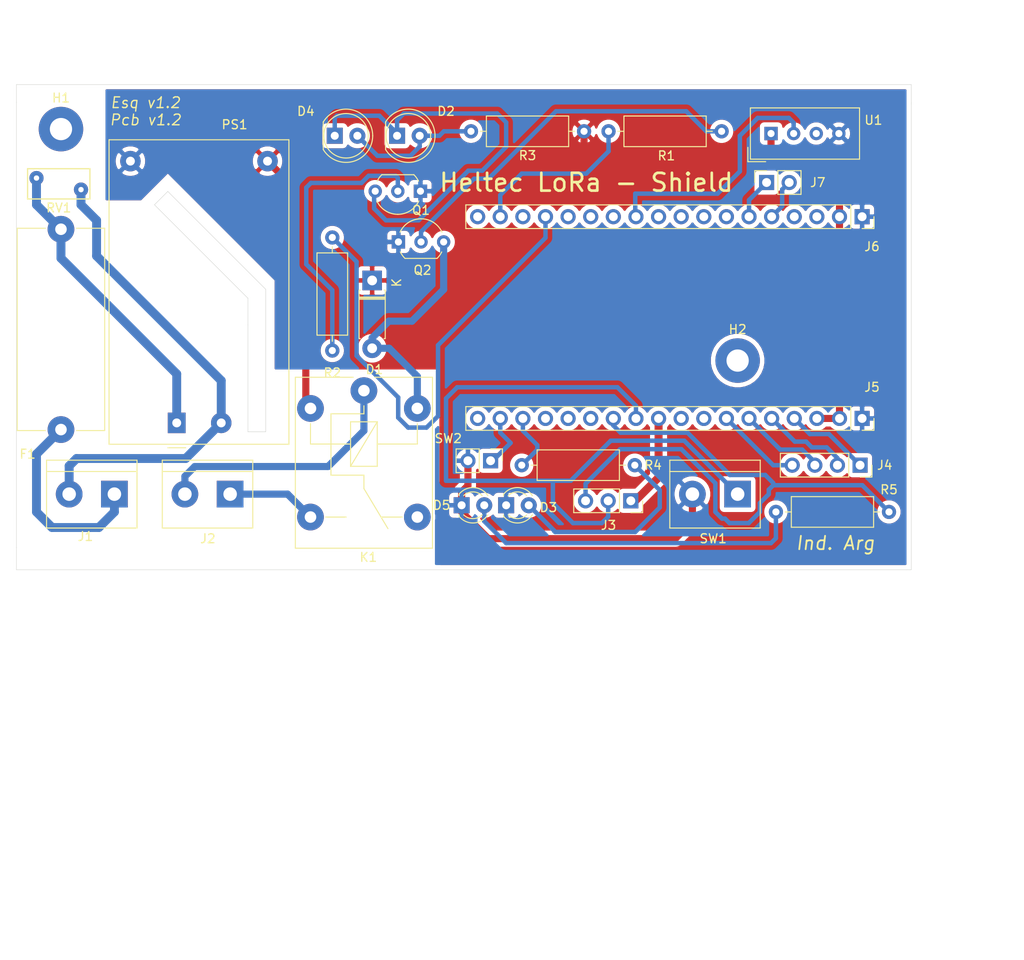
<source format=kicad_pcb>
(kicad_pcb (version 20171130) (host pcbnew 5.1.6-c6e7f7d~87~ubuntu18.04.1)
  (title_block (title "Smart Public Building - Node") (date 2020-10-14) (rev 1.0) (company "Lucas Monzon Languasco - SuSTI") (comment 1 "Shield Heltec LoRa") (comment 2 "Revisor alumno: Daniel Marquez") (comment 3 "Revisor docente: Diego Brengi") (comment 4 "Licencia BSD (proyecto CIAA), GPL o OHL (Cern)."))
  (layers (0 F.Cu signal) (31 B.Cu signal) (34 B.Paste user) (35 F.Paste user) (36 B.SilkS user) (37 F.SilkS user) (38 B.Mask user) (39 F.Mask user) (44 Edge.Cuts user))
  (net 0 "")
  (net 1 +5V)
  (net 2 "Net-(D1-Pad2)")
  (net 3 "Net-(D2-Pad1)")
  (net 4 "Net-(D2-Pad2)")
  (net 5 GND)
  (net 6 "Net-(D3-Pad2)")
  (net 7 "Net-(D5-Pad2)")
  (net 8 "Net-(F1-Pad1)")
  (net 9 "Net-(F1-Pad2)")
  (net 10 "Net-(J1-Pad2)")
  (net 11 "Net-(J2-Pad1)")
  (net 12 "Net-(J2-Pad2)")
  (net 13 /32)
  (net 14 /36)
  (net 15 /37)
  (net 16 /38)
  (net 17 /39)
  (net 18 +3V3)
  (net 19 "Net-(J5-Pad8)")
  (net 20 "Net-(J5-Pad9)")
  (net 21 "Net-(J5-Pad13)")
  (net 22 "Net-(J5-Pad14)")
  (net 23 "Net-(J5-Pad15)")
  (net 24 "Net-(J5-Pad18)")
  (net 25 "Net-(J6-Pad18)")
  (net 26 "Net-(J6-Pad16)")
  (net 27 "Net-(J6-Pad14)")
  (net 28 "Net-(J6-Pad13)")
  (net 29 "Net-(J6-Pad12)")
  (net 30 "Net-(J6-Pad10)")
  (net 31 "Net-(J6-Pad9)")
  (net 32 "Net-(J6-Pad8)")
  (net 33 "Net-(J6-Pad7)")
  (net 34 "Net-(J6-Pad6)")
  (net 35 "Net-(J6-Pad5)")
  (net 36 "Net-(J6-Pad4)")
  (net 37 "Net-(J6-Pad3)")
  (net 38 "Net-(K1-Pad12)")
  (net 39 "Net-(Q1-Pad2)")
  (net 40 "Net-(Q2-Pad2)")
  (net 41 "Net-(U1-Pad3)")
  (net 42 /pulsador1)
  (net 43 /led2)
  (net 44 /led1)
  (net 45 /pulsador2)
  (net 46 /salidarelay)
  (net 47 /salidair)
  (net 48 /temp)
  (module Connector_PinSocket_2.54mm:PinSocket_1x18_P2.54mm_Vertical (layer F.Cu) (at 144.98 65.5 270)
    (fp_text reference J5 (at -3.51 -1.11 180) (layer F.SilkS))
    (fp_text value Conn_01x18)
    (fp_line (start -1.33 1.27) (end 1.33 1.27) (layer F.SilkS) (width 0.12))
    (fp_line (start -1.33 1.27) (end -1.33 44.51) (layer F.SilkS) (width 0.12))
    (fp_line (start -1.33 44.51) (end 1.33 44.51) (layer F.SilkS) (width 0.12))
    (fp_line (start 1.33 1.27) (end 1.33 44.51) (layer F.SilkS) (width 0.12))
    (fp_line (start 1.33 -1.33) (end 1.33 0) (layer F.SilkS) (width 0.12))
    (fp_line (start 0 -1.33) (end 1.33 -1.33) (layer F.SilkS) (width 0.12))
    (pad 1 thru_hole rect (at 0 0 270) (size 1.7 1.7) (drill 1) (layers *.Cu *.Mask) (net 5 GND))
    (pad 2 thru_hole oval (at 0 2.54 270) (size 1.7 1.7) (drill 1) (layers *.Cu *.Mask) (net 18 +3V3))
    (pad 3 thru_hole oval (at 0 5.08 270) (size 1.7 1.7) (drill 1) (layers *.Cu *.Mask) (net 18 +3V3))
    (pad 4 thru_hole oval (at 0 7.62 270) (size 1.7 1.7) (drill 1) (layers *.Cu *.Mask) (net 14 /36))
    (pad 5 thru_hole oval (at 0 10.16 270) (size 1.7 1.7) (drill 1) (layers *.Cu *.Mask) (net 15 /37))
    (pad 6 thru_hole oval (at 0 12.7 270) (size 1.7 1.7) (drill 1) (layers *.Cu *.Mask) (net 16 /38))
    (pad 7 thru_hole oval (at 0 15.24 270) (size 1.7 1.7) (drill 1) (layers *.Cu *.Mask) (net 17 /39))
    (pad 8 thru_hole oval (at 0 17.78 270) (size 1.7 1.7) (drill 1) (layers *.Cu *.Mask) (net 19 "Net-(J5-Pad8)"))
    (pad 9 thru_hole oval (at 0 20.32 270) (size 1.7 1.7) (drill 1) (layers *.Cu *.Mask) (net 20 "Net-(J5-Pad9)"))
    (pad 10 thru_hole oval (at 0 22.86 270) (size 1.7 1.7) (drill 1) (layers *.Cu *.Mask) (net 13 /32))
    (pad 11 thru_hole oval (at 0 25.4 270) (size 1.7 1.7) (drill 1) (layers *.Cu *.Mask) (net 42 /pulsador1))
    (pad 12 thru_hole oval (at 0 27.94 270) (size 1.7 1.7) (drill 1) (layers *.Cu *.Mask) (net 43 /led2))
    (pad 13 thru_hole oval (at 0 30.48 270) (size 1.7 1.7) (drill 1) (layers *.Cu *.Mask) (net 21 "Net-(J5-Pad13)"))
    (pad 14 thru_hole oval (at 0 33.02 270) (size 1.7 1.7) (drill 1) (layers *.Cu *.Mask) (net 22 "Net-(J5-Pad14)"))
    (pad 15 thru_hole oval (at 0 35.56 270) (size 1.7 1.7) (drill 1) (layers *.Cu *.Mask) (net 23 "Net-(J5-Pad15)"))
    (pad 16 thru_hole oval (at 0 38.1 270) (size 1.7 1.7) (drill 1) (layers *.Cu *.Mask) (net 44 /led1))
    (pad 17 thru_hole oval (at 0 40.64 270) (size 1.7 1.7) (drill 1) (layers *.Cu *.Mask) (net 45 /pulsador2))
    (pad 18 thru_hole oval (at 0 43.18 270) (size 1.7 1.7) (drill 1) (layers *.Cu *.Mask) (net 24 "Net-(J5-Pad18)"))
  )
  (module Package_TO_SOT_THT:TO-92_Inline_Wide (layer F.Cu) (at 92.9 45.675)
    (fp_text reference Q1 (at 2.54 -3.56) (layer F.SilkS))
    (fp_text value 2N2219)
    (fp_line (start 0.74 1.85) (end 4.34 1.85) (layer F.SilkS) (width 0.12))
    (fp_arc (start 2.54 0) (end 0.74 1.85) (angle 20) (layer F.SilkS) (width 0.12))
    (fp_arc (start 2.54 0) (end 2.54 -2.6) (angle -65) (layer F.SilkS) (width 0.12))
    (fp_arc (start 2.54 0) (end 2.54 -2.6) (angle 65) (layer F.SilkS) (width 0.12))
    (fp_arc (start 2.54 0) (end 4.34 1.85) (angle -20) (layer F.SilkS) (width 0.12))
    (pad 2 thru_hole circle (at 2.54 0 90) (size 1.5 1.5) (drill 0.8) (layers *.Cu *.Mask) (net 39 "Net-(Q1-Pad2)"))
    (pad 3 thru_hole circle (at 5.08 0 90) (size 1.5 1.5) (drill 0.8) (layers *.Cu *.Mask) (net 2 "Net-(D1-Pad2)"))
    (pad 1 thru_hole rect (at 0 0 90) (size 1.5 1.5) (drill 0.8) (layers *.Cu *.Mask) (net 5 GND))
  )
  (module Resistor_THT:R_Axial_DIN0309_L9.0mm_D3.2mm_P12.70mm_Horizontal (layer F.Cu) (at 85.475 57.875 90)
    (fp_text reference R2 (at -2.5 0 180) (layer F.SilkS))
    (fp_text value 100)
    (fp_line (start 1.73 -1.72) (end 1.73 1.72) (layer F.SilkS) (width 0.12))
    (fp_line (start 1.73 1.72) (end 10.97 1.72) (layer F.SilkS) (width 0.12))
    (fp_line (start 10.97 1.72) (end 10.97 -1.72) (layer F.SilkS) (width 0.12))
    (fp_line (start 10.97 -1.72) (end 1.73 -1.72) (layer F.SilkS) (width 0.12))
    (fp_line (start 1.04 0) (end 1.73 0) (layer F.SilkS) (width 0.12))
    (fp_line (start 11.66 0) (end 10.97 0) (layer F.SilkS) (width 0.12))
    (pad 2 thru_hole oval (at 12.7 0 90) (size 1.6 1.6) (drill 0.8) (layers *.Cu *.Mask) (net 47 /salidair))
    (pad 1 thru_hole circle (at 0 0 90) (size 1.6 1.6) (drill 0.8) (layers *.Cu *.Mask) (net 40 "Net-(Q2-Pad2)"))
  )
  (module Converter_ACDC:Converter_ACDC_HiLink_HLK-PMxx (layer F.Cu) (at 68 66 90)
    (fp_text reference PS1 (at 33.5 6.5 180) (layer F.SilkS))
    (fp_text value HLK-PM01)
    (fp_line (start -2.79 -1) (end -2.79 1.01) (layer F.SilkS) (width 0.12))
    (fp_line (start 31.8 -7.6) (end -2.4 -7.6) (layer F.SilkS) (width 0.12))
    (fp_line (start 31.8 12.6) (end 31.8 -7.6) (layer F.SilkS) (width 0.12))
    (fp_line (start -2.4 12.6) (end 31.8 12.6) (layer F.SilkS) (width 0.12))
    (fp_line (start -2.4 -7.6) (end -2.4 12.6) (layer F.SilkS) (width 0.12))
    (pad 3 thru_hole circle (at 29.4 -5.2 90) (size 2.3 2.3) (drill 1) (layers *.Cu *.Mask) (net 5 GND))
    (pad 1 thru_hole rect (at 0 0 90) (size 2.3 2) (drill 1) (layers *.Cu *.Mask) (net 8 "Net-(F1-Pad1)"))
    (pad 2 thru_hole circle (at 0 5 90) (size 2.3 2.3) (drill 1) (layers *.Cu *.Mask) (net 10 "Net-(J1-Pad2)"))
    (pad 4 thru_hole circle (at 29.4 10.2 90) (size 2.3 2.3) (drill 1) (layers *.Cu *.Mask) (net 1 +5V))
  )
  (module TerminalBlock:TerminalBlock_bornier-2_P5.08mm (layer F.Cu) (at 61 74 180)
    (fp_text reference J1 (at 3.25 -4.75) (layer F.SilkS))
    (fp_text value Conn_01x02)
    (fp_line (start -2.54 3.81) (end 7.62 3.81) (layer F.SilkS) (width 0.12))
    (fp_line (start -2.54 -3.81) (end -2.54 3.81) (layer F.SilkS) (width 0.12))
    (fp_line (start 7.62 -3.81) (end -2.54 -3.81) (layer F.SilkS) (width 0.12))
    (fp_line (start 7.62 3.81) (end 7.62 -3.81) (layer F.SilkS) (width 0.12))
    (fp_line (start 7.62 2.54) (end -2.54 2.54) (layer F.SilkS) (width 0.12))
    (pad 1 thru_hole rect (at 0 0 180) (size 3 3) (drill 1.52) (layers *.Cu *.Mask) (net 9 "Net-(F1-Pad2)"))
    (pad 2 thru_hole circle (at 5.08 0 180) (size 3 3) (drill 1.52) (layers *.Cu *.Mask) (net 10 "Net-(J1-Pad2)"))
  )
  (module Resistor_THT:R_Axial_DIN0309_L9.0mm_D3.2mm_P12.70mm_Horizontal (layer F.Cu) (at 106.75 70.75)
    (fp_text reference R4 (at 14.75 0) (layer F.SilkS))
    (fp_text value 220)
    (fp_line (start 11.66 0) (end 10.97 0) (layer F.SilkS) (width 0.12))
    (fp_line (start 1.04 0) (end 1.73 0) (layer F.SilkS) (width 0.12))
    (fp_line (start 10.97 -1.72) (end 1.73 -1.72) (layer F.SilkS) (width 0.12))
    (fp_line (start 10.97 1.72) (end 10.97 -1.72) (layer F.SilkS) (width 0.12))
    (fp_line (start 1.73 1.72) (end 10.97 1.72) (layer F.SilkS) (width 0.12))
    (fp_line (start 1.73 -1.72) (end 1.73 1.72) (layer F.SilkS) (width 0.12))
    (pad 1 thru_hole circle (at 0 0) (size 1.6 1.6) (drill 0.8) (layers *.Cu *.Mask) (net 44 /led1))
    (pad 2 thru_hole oval (at 12.7 0) (size 1.6 1.6) (drill 0.8) (layers *.Cu *.Mask) (net 6 "Net-(D3-Pad2)"))
  )
  (module Connector_PinSocket_2.54mm:PinSocket_1x18_P2.54mm_Vertical (layer F.Cu) (at 144.98 42.84 270)
    (fp_text reference J6 (at 3.36 -1.11 180) (layer F.SilkS))
    (fp_text value Conn_01x18)
    (fp_line (start 0 -1.33) (end 1.33 -1.33) (layer F.SilkS) (width 0.12))
    (fp_line (start 1.33 -1.33) (end 1.33 0) (layer F.SilkS) (width 0.12))
    (fp_line (start 1.33 1.27) (end 1.33 44.51) (layer F.SilkS) (width 0.12))
    (fp_line (start -1.33 44.51) (end 1.33 44.51) (layer F.SilkS) (width 0.12))
    (fp_line (start -1.33 1.27) (end -1.33 44.51) (layer F.SilkS) (width 0.12))
    (fp_line (start -1.33 1.27) (end 1.33 1.27) (layer F.SilkS) (width 0.12))
    (pad 18 thru_hole oval (at 0 43.18 270) (size 1.7 1.7) (drill 1) (layers *.Cu *.Mask) (net 25 "Net-(J6-Pad18)"))
    (pad 17 thru_hole oval (at 0 40.64 270) (size 1.7 1.7) (drill 1) (layers *.Cu *.Mask) (net 46 /salidarelay))
    (pad 16 thru_hole oval (at 0 38.1 270) (size 1.7 1.7) (drill 1) (layers *.Cu *.Mask) (net 26 "Net-(J6-Pad16)"))
    (pad 15 thru_hole oval (at 0 35.56 270) (size 1.7 1.7) (drill 1) (layers *.Cu *.Mask) (net 47 /salidair))
    (pad 14 thru_hole oval (at 0 33.02 270) (size 1.7 1.7) (drill 1) (layers *.Cu *.Mask) (net 27 "Net-(J6-Pad14)"))
    (pad 13 thru_hole oval (at 0 30.48 270) (size 1.7 1.7) (drill 1) (layers *.Cu *.Mask) (net 28 "Net-(J6-Pad13)"))
    (pad 12 thru_hole oval (at 0 27.94 270) (size 1.7 1.7) (drill 1) (layers *.Cu *.Mask) (net 29 "Net-(J6-Pad12)"))
    (pad 11 thru_hole oval (at 0 25.4 270) (size 1.7 1.7) (drill 1) (layers *.Cu *.Mask) (net 48 /temp))
    (pad 10 thru_hole oval (at 0 22.86 270) (size 1.7 1.7) (drill 1) (layers *.Cu *.Mask) (net 30 "Net-(J6-Pad10)"))
    (pad 9 thru_hole oval (at 0 20.32 270) (size 1.7 1.7) (drill 1) (layers *.Cu *.Mask) (net 31 "Net-(J6-Pad9)"))
    (pad 8 thru_hole oval (at 0 17.78 270) (size 1.7 1.7) (drill 1) (layers *.Cu *.Mask) (net 32 "Net-(J6-Pad8)"))
    (pad 7 thru_hole oval (at 0 15.24 270) (size 1.7 1.7) (drill 1) (layers *.Cu *.Mask) (net 33 "Net-(J6-Pad7)"))
    (pad 6 thru_hole oval (at 0 12.7 270) (size 1.7 1.7) (drill 1) (layers *.Cu *.Mask) (net 34 "Net-(J6-Pad6)"))
    (pad 5 thru_hole oval (at 0 10.16 270) (size 1.7 1.7) (drill 1) (layers *.Cu *.Mask) (net 35 "Net-(J6-Pad5)"))
    (pad 4 thru_hole oval (at 0 7.62 270) (size 1.7 1.7) (drill 1) (layers *.Cu *.Mask) (net 36 "Net-(J6-Pad4)"))
    (pad 3 thru_hole oval (at 0 5.08 270) (size 1.7 1.7) (drill 1) (layers *.Cu *.Mask) (net 37 "Net-(J6-Pad3)"))
    (pad 2 thru_hole oval (at 0 2.54 270) (size 1.7 1.7) (drill 1) (layers *.Cu *.Mask) (net 1 +5V))
    (pad 1 thru_hole rect (at 0 0 270) (size 1.7 1.7) (drill 1) (layers *.Cu *.Mask) (net 5 GND))
  )
  (module Sensor:Aosong_DHT11_5.5x12.0_P2.54mm (layer F.Cu) (at 134.75 33.5 90)
    (fp_text reference U1 (at 1.5 11.5 180) (layer F.SilkS))
    (fp_text value DHT11)
    (fp_line (start -2.87 -2.32) (end 2.87 -2.32) (layer F.SilkS) (width 0.12))
    (fp_line (start 2.88 -2.32) (end 2.88 9.94) (layer F.SilkS) (width 0.12))
    (fp_line (start 2.88 9.94) (end -2.88 9.94) (layer F.SilkS) (width 0.12))
    (fp_line (start -2.88 9.94) (end -2.88 -2.31) (layer F.SilkS) (width 0.12))
    (fp_line (start -3.16 -2.6) (end -3.16 -0.6) (layer F.SilkS) (width 0.12))
    (fp_line (start -3.16 -2.6) (end -1.55 -2.6) (layer F.SilkS) (width 0.12))
    (pad 4 thru_hole circle (at 0 7.62 90) (size 1.5 1.5) (drill 0.8) (layers *.Cu *.Mask) (net 5 GND))
    (pad 3 thru_hole circle (at 0 5.08 90) (size 1.5 1.5) (drill 0.8) (layers *.Cu *.Mask) (net 41 "Net-(U1-Pad3)"))
    (pad 2 thru_hole circle (at 0 2.54 90) (size 1.5 1.5) (drill 0.8) (layers *.Cu *.Mask) (net 48 /temp))
    (pad 1 thru_hole rect (at 0 0 90) (size 1.5 1.5) (drill 0.8) (layers *.Cu *.Mask) (net 18 +3V3))
  )
  (module Connector_PinSocket_2.54mm:PinSocket_1x04_P2.54mm_Vertical (layer F.Cu) (at 144.75 70.75 270)
    (fp_text reference J4 (at 0 -2.77 180) (layer F.SilkS))
    (fp_text value Conn_01x04)
    (fp_line (start -1.33 1.27) (end 1.33 1.27) (layer F.SilkS) (width 0.12))
    (fp_line (start -1.33 1.27) (end -1.33 8.95) (layer F.SilkS) (width 0.12))
    (fp_line (start -1.33 8.95) (end 1.33 8.95) (layer F.SilkS) (width 0.12))
    (fp_line (start 1.33 1.27) (end 1.33 8.95) (layer F.SilkS) (width 0.12))
    (fp_line (start 1.33 -1.33) (end 1.33 0) (layer F.SilkS) (width 0.12))
    (fp_line (start 0 -1.33) (end 1.33 -1.33) (layer F.SilkS) (width 0.12))
    (pad 1 thru_hole rect (at 0 0 270) (size 1.7 1.7) (drill 1) (layers *.Cu *.Mask) (net 14 /36))
    (pad 2 thru_hole oval (at 0 2.54 270) (size 1.7 1.7) (drill 1) (layers *.Cu *.Mask) (net 15 /37))
    (pad 3 thru_hole oval (at 0 5.08 270) (size 1.7 1.7) (drill 1) (layers *.Cu *.Mask) (net 16 /38))
    (pad 4 thru_hole oval (at 0 7.62 270) (size 1.7 1.7) (drill 1) (layers *.Cu *.Mask) (net 17 /39))
  )
  (module Connector_PinSocket_2.54mm:PinSocket_1x03_P2.54mm_Vertical (layer F.Cu) (at 119 74.75 270)
    (fp_text reference J3 (at 2.75 2.5 180) (layer F.SilkS))
    (fp_text value Conn_01x03)
    (fp_line (start -1.33 1.27) (end 1.33 1.27) (layer F.SilkS) (width 0.12))
    (fp_line (start -1.33 1.27) (end -1.33 6.41) (layer F.SilkS) (width 0.12))
    (fp_line (start -1.33 6.41) (end 1.33 6.41) (layer F.SilkS) (width 0.12))
    (fp_line (start 1.33 1.27) (end 1.33 6.41) (layer F.SilkS) (width 0.12))
    (fp_line (start 1.33 -1.33) (end 1.33 0) (layer F.SilkS) (width 0.12))
    (fp_line (start 0 -1.33) (end 1.33 -1.33) (layer F.SilkS) (width 0.12))
    (pad 1 thru_hole rect (at 0 0 270) (size 1.7 1.7) (drill 1) (layers *.Cu *.Mask) (net 13 /32))
    (pad 2 thru_hole oval (at 0 2.54 270) (size 1.7 1.7) (drill 1) (layers *.Cu *.Mask) (net 42 /pulsador1))
    (pad 3 thru_hole oval (at 0 5.08 270) (size 1.7 1.7) (drill 1) (layers *.Cu *.Mask) (net 43 /led2))
  )
  (module Diode_THT:D_DO-41_SOD81_P7.62mm_Horizontal (layer F.Cu) (at 89.95 50 270)
    (fp_text reference D1 (at 10 -0.25) (layer F.SilkS))
    (fp_text value D)
    (fp_line (start 1.09 -1.34) (end 1.09 -1.47) (layer F.SilkS) (width 0.12))
    (fp_line (start 1.09 -1.47) (end 6.53 -1.47) (layer F.SilkS) (width 0.12))
    (fp_line (start 6.53 -1.47) (end 6.53 -1.34) (layer F.SilkS) (width 0.12))
    (fp_line (start 1.09 1.34) (end 1.09 1.47) (layer F.SilkS) (width 0.12))
    (fp_line (start 1.09 1.47) (end 6.53 1.47) (layer F.SilkS) (width 0.12))
    (fp_line (start 6.53 1.47) (end 6.53 1.34) (layer F.SilkS) (width 0.12))
    (fp_line (start 1.99 -1.47) (end 1.99 1.47) (layer F.SilkS) (width 0.12))
    (fp_line (start 2.11 -1.47) (end 2.11 1.47) (layer F.SilkS) (width 0.12))
    (fp_line (start 1.87 -1.47) (end 1.87 1.47) (layer F.SilkS) (width 0.12))
    (fp_text user K (at 0.25 -2.75 270) (layer F.SilkS))
    (pad 2 thru_hole oval (at 7.62 0 270) (size 2.2 2.2) (drill 1.1) (layers *.Cu *.Mask) (net 2 "Net-(D1-Pad2)"))
    (pad 1 thru_hole rect (at 0 0 270) (size 2.2 2.2) (drill 1.1) (layers *.Cu *.Mask) (net 1 +5V))
  )
  (module LED_THT:LED_D5.0mm_IRGrey (layer F.Cu) (at 92.75 33.75)
    (fp_text reference D2 (at 5.5 -2.75) (layer F.SilkS))
    (fp_text value LED)
    (fp_line (start -1.29 -1.545) (end -1.29 1.545) (layer F.SilkS) (width 0.12))
    (fp_circle (center 1.27 0) (end 3.77 0) (layer F.SilkS) (width 0.12))
    (fp_arc (start 1.27 0) (end -1.29 1.54483) (angle -148.9) (layer F.SilkS) (width 0.12))
    (fp_arc (start 1.27 0) (end -1.29 -1.54483) (angle 148.9) (layer F.SilkS) (width 0.12))
    (pad 2 thru_hole circle (at 2.54 0) (size 1.8 1.8) (drill 0.9) (layers *.Cu *.Mask) (net 4 "Net-(D2-Pad2)"))
    (pad 1 thru_hole rect (at 0 0) (size 1.8 1.8) (drill 0.9) (layers *.Cu *.Mask) (net 3 "Net-(D2-Pad1)"))
  )
  (module LED_THT:LED_D3.0mm_FlatTop (layer F.Cu) (at 105 75.25)
    (fp_text reference D3 (at 4.75 0.25) (layer F.SilkS))
    (fp_text value LED)
    (fp_line (start -0.29 -1.236) (end -0.29 -1.08) (layer F.SilkS) (width 0.12))
    (fp_line (start -0.29 1.08) (end -0.29 1.236) (layer F.SilkS) (width 0.12))
    (fp_arc (start 1.27 0) (end 0.229039 1.08) (angle -87.9) (layer F.SilkS) (width 0.12))
    (fp_arc (start 1.27 0) (end 0.229039 -1.08) (angle 87.9) (layer F.SilkS) (width 0.12))
    (fp_arc (start 1.27 0) (end -0.29 1.235516) (angle -108.8) (layer F.SilkS) (width 0.12))
    (fp_arc (start 1.27 0) (end -0.29 -1.235516) (angle 108.8) (layer F.SilkS) (width 0.12))
    (pad 2 thru_hole circle (at 2.54 0) (size 1.8 1.8) (drill 0.9) (layers *.Cu *.Mask) (net 6 "Net-(D3-Pad2)"))
    (pad 1 thru_hole rect (at 0 0) (size 1.8 1.8) (drill 0.9) (layers *.Cu *.Mask) (net 5 GND))
  )
  (module LED_THT:LED_D5.0mm_IRGrey (layer F.Cu) (at 85.75 33.75)
    (fp_text reference D4 (at -3.25 -2.75) (layer F.SilkS))
    (fp_text value LED)
    (fp_circle (center 1.27 0) (end 3.77 0) (layer F.SilkS) (width 0.12))
    (fp_line (start -1.29 -1.545) (end -1.29 1.545) (layer F.SilkS) (width 0.12))
    (fp_arc (start 1.27 0) (end -1.29 -1.54483) (angle 148.9) (layer F.SilkS) (width 0.12))
    (fp_arc (start 1.27 0) (end -1.29 1.54483) (angle -148.9) (layer F.SilkS) (width 0.12))
    (pad 1 thru_hole rect (at 0 0) (size 1.8 1.8) (drill 0.9) (layers *.Cu *.Mask) (net 3 "Net-(D2-Pad1)"))
    (pad 2 thru_hole circle (at 2.54 0) (size 1.8 1.8) (drill 0.9) (layers *.Cu *.Mask) (net 4 "Net-(D2-Pad2)"))
  )
  (module LED_THT:LED_D3.0mm_FlatTop (layer F.Cu) (at 100 75.25)
    (fp_text reference D5 (at -2.25 0) (layer F.SilkS))
    (fp_text value LED)
    (fp_line (start -0.29 1.08) (end -0.29 1.236) (layer F.SilkS) (width 0.12))
    (fp_line (start -0.29 -1.236) (end -0.29 -1.08) (layer F.SilkS) (width 0.12))
    (fp_arc (start 1.27 0) (end -0.29 -1.235516) (angle 108.8) (layer F.SilkS) (width 0.12))
    (fp_arc (start 1.27 0) (end -0.29 1.235516) (angle -108.8) (layer F.SilkS) (width 0.12))
    (fp_arc (start 1.27 0) (end 0.229039 -1.08) (angle 87.9) (layer F.SilkS) (width 0.12))
    (fp_arc (start 1.27 0) (end 0.229039 1.08) (angle -87.9) (layer F.SilkS) (width 0.12))
    (pad 1 thru_hole rect (at 0 0) (size 1.8 1.8) (drill 0.9) (layers *.Cu *.Mask) (net 5 GND))
    (pad 2 thru_hole circle (at 2.54 0) (size 1.8 1.8) (drill 0.9) (layers *.Cu *.Mask) (net 7 "Net-(D5-Pad2)"))
  )
  (module Relay_THT:Relay_SPDT_Finder_36.11 (layer F.Cu) (at 89.025 62.375 270)
    (fp_text reference K1 (at 18.72 -0.5) (layer F.SilkS))
    (fp_text value FINDER-36.11)
    (fp_line (start -1.5 1.2) (end -1.5 7.7) (layer F.SilkS) (width 0.12))
    (fp_line (start -1.5 -7.7) (end -1.5 -1.2) (layer F.SilkS) (width 0.12))
    (fp_line (start -1.5 -7.7) (end 17.7 -7.7) (layer F.SilkS) (width 0.12))
    (fp_line (start 17.7 -7.7) (end 17.7 7.7) (layer F.SilkS) (width 0.12))
    (fp_line (start 17.7 7.7) (end -1.5 7.7) (layer F.SilkS) (width 0.12))
    (fp_line (start 14.2 4.3) (end 14.2 2) (layer F.SilkS) (width 0.12))
    (fp_line (start 14.2 -4.3) (end 14.2 -2) (layer F.SilkS) (width 0.12))
    (fp_line (start 3.7 6) (end 6 6) (layer F.SilkS) (width 0.12))
    (fp_line (start 2.6 0) (end 1.7 0) (layer F.SilkS) (width 0.12))
    (fp_line (start 6 -6) (end 3.7 -6) (layer F.SilkS) (width 0.12))
    (fp_line (start 9.5 0) (end 11 0) (layer F.SilkS) (width 0.12))
    (fp_line (start 11 0) (end 15.5 -2.7) (layer F.SilkS) (width 0.12))
    (fp_line (start 9.5 3.7) (end 2.6 3.7) (layer F.SilkS) (width 0.12))
    (fp_line (start 9.5 0) (end 9.5 3.7) (layer F.SilkS) (width 0.12))
    (fp_line (start 2.6 0) (end 2.6 3.7) (layer F.SilkS) (width 0.12))
    (fp_line (start 6 -6) (end 6 -1.5) (layer F.SilkS) (width 0.12))
    (fp_line (start 6 1.5) (end 6 6) (layer F.SilkS) (width 0.12))
    (fp_line (start 8.5 1.5) (end 3.5 -1.5) (layer F.SilkS) (width 0.12))
    (fp_line (start 3.5 1.5) (end 3.5 -1.5) (layer F.SilkS) (width 0.12))
    (fp_line (start 3.5 -1.5) (end 8.5 -1.5) (layer F.SilkS) (width 0.12))
    (fp_line (start 8.5 -1.5) (end 8.5 1.5) (layer F.SilkS) (width 0.12))
    (fp_line (start 8.5 1.5) (end 3.5 1.5) (layer F.SilkS) (width 0.12))
    (pad 11 thru_hole circle (at 0 0 270) (size 3 3) (drill 1.3) (layers *.Cu *.Mask) (net 12 "Net-(J2-Pad2)"))
    (pad A2 thru_hole circle (at 2 -6 270) (size 3 3) (drill 1.3) (layers *.Cu *.Mask) (net 2 "Net-(D1-Pad2)"))
    (pad 12 thru_hole circle (at 14.2 -6 270) (size 3 3) (drill 1.3) (layers *.Cu *.Mask) (net 38 "Net-(K1-Pad12)"))
    (pad 14 thru_hole circle (at 14.2 6 270) (size 3 3) (drill 1.3) (layers *.Cu *.Mask) (net 11 "Net-(J2-Pad1)"))
    (pad A1 thru_hole circle (at 2 6 270) (size 3 3) (drill 1.3) (layers *.Cu *.Mask) (net 1 +5V))
  )
  (module Resistor_THT:R_Axial_DIN0309_L9.0mm_D3.2mm_P12.70mm_Horizontal (layer F.Cu) (at 116.5 33.25)
    (fp_text reference R1 (at 6.5 2.75) (layer F.SilkS))
    (fp_text value 220)
    (fp_line (start 1.73 -1.72) (end 1.73 1.72) (layer F.SilkS) (width 0.12))
    (fp_line (start 1.73 1.72) (end 10.97 1.72) (layer F.SilkS) (width 0.12))
    (fp_line (start 10.97 1.72) (end 10.97 -1.72) (layer F.SilkS) (width 0.12))
    (fp_line (start 10.97 -1.72) (end 1.73 -1.72) (layer F.SilkS) (width 0.12))
    (fp_line (start 1.04 0) (end 1.73 0) (layer F.SilkS) (width 0.12))
    (fp_line (start 11.66 0) (end 10.97 0) (layer F.SilkS) (width 0.12))
    (pad 2 thru_hole oval (at 12.7 0) (size 1.6 1.6) (drill 0.8) (layers *.Cu *.Mask) (net 39 "Net-(Q1-Pad2)"))
    (pad 1 thru_hole circle (at 0 0) (size 1.6 1.6) (drill 0.8) (layers *.Cu *.Mask) (net 46 /salidarelay))
  )
  (module Resistor_THT:R_Axial_DIN0309_L9.0mm_D3.2mm_P12.70mm_Horizontal (layer F.Cu) (at 113.75 33.25 180)
    (fp_text reference R3 (at 6.35 -2.72) (layer F.SilkS))
    (fp_text value 10)
    (fp_line (start 11.66 0) (end 10.97 0) (layer F.SilkS) (width 0.12))
    (fp_line (start 1.04 0) (end 1.73 0) (layer F.SilkS) (width 0.12))
    (fp_line (start 10.97 -1.72) (end 1.73 -1.72) (layer F.SilkS) (width 0.12))
    (fp_line (start 10.97 1.72) (end 10.97 -1.72) (layer F.SilkS) (width 0.12))
    (fp_line (start 1.73 1.72) (end 10.97 1.72) (layer F.SilkS) (width 0.12))
    (fp_line (start 1.73 -1.72) (end 1.73 1.72) (layer F.SilkS) (width 0.12))
    (pad 1 thru_hole circle (at 0 0 180) (size 1.6 1.6) (drill 0.8) (layers *.Cu *.Mask) (net 1 +5V))
    (pad 2 thru_hole oval (at 12.7 0 180) (size 1.6 1.6) (drill 0.8) (layers *.Cu *.Mask) (net 4 "Net-(D2-Pad2)"))
  )
  (module Resistor_THT:R_Axial_DIN0309_L9.0mm_D3.2mm_P12.70mm_Horizontal (layer F.Cu) (at 148 76 180)
    (fp_text reference R5 (at 0 2.5) (layer F.SilkS))
    (fp_text value 220)
    (fp_line (start 1.73 -1.72) (end 1.73 1.72) (layer F.SilkS) (width 0.12))
    (fp_line (start 1.73 1.72) (end 10.97 1.72) (layer F.SilkS) (width 0.12))
    (fp_line (start 10.97 1.72) (end 10.97 -1.72) (layer F.SilkS) (width 0.12))
    (fp_line (start 10.97 -1.72) (end 1.73 -1.72) (layer F.SilkS) (width 0.12))
    (fp_line (start 1.04 0) (end 1.73 0) (layer F.SilkS) (width 0.12))
    (fp_line (start 11.66 0) (end 10.97 0) (layer F.SilkS) (width 0.12))
    (pad 2 thru_hole oval (at 12.7 0 180) (size 1.6 1.6) (drill 0.8) (layers *.Cu *.Mask) (net 7 "Net-(D5-Pad2)"))
    (pad 1 thru_hole circle (at 0 0 180) (size 1.6 1.6) (drill 0.8) (layers *.Cu *.Mask) (net 43 /led2))
  )
  (module TerminalBlock:TerminalBlock_bornier-2_P5.08mm (layer F.Cu) (at 131 74 180)
    (fp_text reference SW1 (at 2.75 -5) (layer F.SilkS))
    (fp_text value SW_Push)
    (fp_line (start 7.62 2.54) (end -2.54 2.54) (layer F.SilkS) (width 0.12))
    (fp_line (start 7.62 3.81) (end 7.62 -3.81) (layer F.SilkS) (width 0.12))
    (fp_line (start 7.62 -3.81) (end -2.54 -3.81) (layer F.SilkS) (width 0.12))
    (fp_line (start -2.54 -3.81) (end -2.54 3.81) (layer F.SilkS) (width 0.12))
    (fp_line (start -2.54 3.81) (end 7.62 3.81) (layer F.SilkS) (width 0.12))
    (pad 2 thru_hole circle (at 5.08 0 180) (size 3 3) (drill 1.52) (layers *.Cu *.Mask) (net 5 GND))
    (pad 1 thru_hole rect (at 0 0 180) (size 3 3) (drill 1.52) (layers *.Cu *.Mask) (net 42 /pulsador1))
  )
  (module Connector_PinHeader_2.54mm:PinHeader_1x02_P2.54mm_Vertical (layer F.Cu) (at 103.25 70.25 270)
    (fp_text reference SW2 (at -2.5 4.75 180) (layer F.SilkS))
    (fp_text value SW_Push)
    (fp_line (start -1.33 3.87) (end 1.33 3.87) (layer F.SilkS) (width 0.12))
    (fp_line (start -1.33 1.27) (end -1.33 3.87) (layer F.SilkS) (width 0.12))
    (fp_line (start 1.33 1.27) (end 1.33 3.87) (layer F.SilkS) (width 0.12))
    (fp_line (start -1.33 1.27) (end 1.33 1.27) (layer F.SilkS) (width 0.12))
    (fp_line (start -1.33 0) (end -1.33 -1.33) (layer F.SilkS) (width 0.12))
    (fp_line (start -1.33 -1.33) (end 0 -1.33) (layer F.SilkS) (width 0.12))
    (pad 2 thru_hole oval (at 0 2.54 270) (size 1.7 1.7) (drill 1) (layers *.Cu *.Mask) (net 5 GND))
    (pad 1 thru_hole rect (at 0 0 270) (size 1.7 1.7) (drill 1) (layers *.Cu *.Mask) (net 45 /pulsador2))
  )
  (module Connector_PinSocket_2.54mm:PinSocket_1x02_P2.54mm_Vertical (layer F.Cu) (at 134.25 39 90)
    (fp_text reference J7 (at 0 5.75 180) (layer F.SilkS))
    (fp_text value UART_0)
    (fp_line (start -1.33 1.27) (end 1.33 1.27) (layer F.SilkS) (width 0.12))
    (fp_line (start -1.33 1.27) (end -1.33 3.87) (layer F.SilkS) (width 0.12))
    (fp_line (start -1.33 3.87) (end 1.33 3.87) (layer F.SilkS) (width 0.12))
    (fp_line (start 1.33 1.27) (end 1.33 3.87) (layer F.SilkS) (width 0.12))
    (fp_line (start 1.33 -1.33) (end 1.33 0) (layer F.SilkS) (width 0.12))
    (fp_line (start 0 -1.33) (end 1.33 -1.33) (layer F.SilkS) (width 0.12))
    (pad 1 thru_hole rect (at 0 0 90) (size 1.7 1.7) (drill 1) (layers *.Cu *.Mask) (net 34 "Net-(J6-Pad6)"))
    (pad 2 thru_hole oval (at 0 2.54 90) (size 1.7 1.7) (drill 1) (layers *.Cu *.Mask) (net 35 "Net-(J6-Pad5)"))
  )
  (module TerminalBlock:TerminalBlock_bornier-2_P5.08mm (layer F.Cu) (at 74 74 180)
    (fp_text reference J2 (at 2.5 -5) (layer F.SilkS))
    (fp_text value Conn_01x02)
    (fp_line (start 7.62 2.54) (end -2.54 2.54) (layer F.SilkS) (width 0.12))
    (fp_line (start 7.62 3.81) (end 7.62 -3.81) (layer F.SilkS) (width 0.12))
    (fp_line (start 7.62 -3.81) (end -2.54 -3.81) (layer F.SilkS) (width 0.12))
    (fp_line (start -2.54 -3.81) (end -2.54 3.81) (layer F.SilkS) (width 0.12))
    (fp_line (start -2.54 3.81) (end 7.62 3.81) (layer F.SilkS) (width 0.12))
    (pad 1 thru_hole rect (at 0 0 180) (size 3 3) (drill 1.52) (layers *.Cu *.Mask) (net 11 "Net-(J2-Pad1)"))
    (pad 2 thru_hole circle (at 5.08 0 180) (size 3 3) (drill 1.52) (layers *.Cu *.Mask) (net 12 "Net-(J2-Pad2)"))
  )
  (module Fuse:Fuseholder_Cylinder-5x20mm_Schurter_0031_8201_Horizontal_Open (layer F.Cu) (at 55 44.25 270)
    (fp_text reference F1 (at 25.25 3.75 180) (layer F.SilkS))
    (fp_text value Fuse)
    (fp_line (start 22.61 4.91) (end 22.61 1.75) (layer F.SilkS) (width 0.12))
    (fp_line (start 22.61 -1.75) (end 22.61 -4.91) (layer F.SilkS) (width 0.12))
    (fp_line (start -0.11 -1.75) (end -0.11 -4.91) (layer F.SilkS) (width 0.12))
    (fp_line (start -0.11 -4.91) (end 22.61 -4.91) (layer F.SilkS) (width 0.12))
    (fp_line (start -0.11 4.91) (end 22.61 4.91) (layer F.SilkS) (width 0.12))
    (fp_line (start -0.11 4.91) (end -0.11 1.75) (layer F.SilkS) (width 0.12))
    (pad 1 thru_hole circle (at 0 0 270) (size 3 3) (drill 1.3) (layers *.Cu *.Mask) (net 8 "Net-(F1-Pad1)"))
    (pad 2 thru_hole circle (at 22.5 0 270) (size 3 3) (drill 1.3) (layers *.Cu *.Mask) (net 9 "Net-(F1-Pad2)"))
    (pad "" np_thru_hole circle (at 11.25 0 270) (size 2.7 2.7) (drill 2.7) (layers *.Cu *.Mask))
  )
  (module Varistor:RV_Disc_D7mm_W3.4mm_P5mm (layer F.Cu) (at 52.25 38.5)
    (fp_text reference RV1 (at 2.5 3.35) (layer F.SilkS))
    (fp_text value Varistor)
    (fp_line (start -1 2.35) (end 6 2.35) (layer F.SilkS) (width 0.15))
    (fp_line (start -1 -1.05) (end 6 -1.05) (layer F.SilkS) (width 0.15))
    (fp_line (start 6 -1.05) (end 6 2.35) (layer F.SilkS) (width 0.15))
    (fp_line (start -1 -1.05) (end -1 2.35) (layer F.SilkS) (width 0.15))
    (pad 1 thru_hole circle (at 0 0) (size 1.6 1.6) (drill 0.6) (layers *.Cu *.Mask) (net 8 "Net-(F1-Pad1)"))
    (pad 2 thru_hole circle (at 5 1.3) (size 1.6 1.6) (drill 0.6) (layers *.Cu *.Mask) (net 10 "Net-(J1-Pad2)"))
  )
  (module Package_TO_SOT_THT:TO-92_Inline_Wide (layer F.Cu) (at 95.375 39.975 180)
    (fp_text reference Q2 (at -0.225 -8.875) (layer F.SilkS))
    (fp_text value 2N2219)
    (fp_line (start 0.74 1.85) (end 4.34 1.85) (layer F.SilkS) (width 0.12))
    (fp_arc (start 2.54 0) (end 4.34 1.85) (angle -20) (layer F.SilkS) (width 0.12))
    (fp_arc (start 2.54 0) (end 2.54 -2.6) (angle 65) (layer F.SilkS) (width 0.12))
    (fp_arc (start 2.54 0) (end 2.54 -2.6) (angle -65) (layer F.SilkS) (width 0.12))
    (fp_arc (start 2.54 0) (end 0.74 1.85) (angle 20) (layer F.SilkS) (width 0.12))
    (pad 1 thru_hole rect (at 0 0 270) (size 1.5 1.5) (drill 0.8) (layers *.Cu *.Mask) (net 5 GND))
    (pad 3 thru_hole circle (at 5.08 0 270) (size 1.5 1.5) (drill 0.8) (layers *.Cu *.Mask) (net 3 "Net-(D2-Pad1)"))
    (pad 2 thru_hole circle (at 2.54 0 270) (size 1.5 1.5) (drill 0.8) (layers *.Cu *.Mask) (net 40 "Net-(Q2-Pad2)"))
  )
  (module MountingHole:MountingHole_2.5mm_Pad (layer F.Cu) (at 55 33)
    (fp_text reference H1 (at 0 -3.5) (layer F.SilkS))
    (fp_text value MountingHole)
    (pad 1 thru_hole circle (at 0 0) (size 5 5) (drill 2.5) (layers *.Cu *.Mask))
  )
  (module MountingHole:MountingHole_2.5mm_Pad (layer F.Cu) (at 131 59)
    (fp_text reference H2 (at 0 -3.5) (layer F.SilkS))
    (fp_text value MountingHole)
    (pad 1 thru_hole circle (at 0 0) (size 5 5) (drill 2.5) (layers *.Cu *.Mask))
  )
  (gr_text "Esq v1.2\nPcb v1.2" (at 64.5 31) (layer F.SilkS) (effects (font (size 1.2 1.2) (thickness 0.15) italic)))
  (gr_text "Ind. Arg" (at 142 79.5) (layer F.SilkS) (effects (font (size 1.5 1.5) (thickness 0.2) italic)))
  (gr_text "Heltec LoRa - Shield" (at 114 39) (layer F.SilkS) (effects (font (size 2 2) (thickness 0.3))))
  (gr_line (start 150.5 30.25) (end 150.5 30) (layer Edge.Cuts) (width 0.05))
  (gr_line (start 150.5 28) (end 150.5 30.25) (layer Edge.Cuts) (width 0.05))
  (gr_line (start 50 28) (end 150.5 28) (layer Edge.Cuts) (width 0.05))
  (gr_line (start 50 30) (end 50 28) (layer Edge.Cuts) (width 0.05))
  (gr_line (start 150.5 82.5) (end 150 82.5) (layer Edge.Cuts) (width 0.05))
  (gr_line (start 150.5 30) (end 150.5 82.5) (layer Edge.Cuts) (width 0.05))
  (gr_line (start 50 82.5) (end 150 82.5) (layer Edge.Cuts) (width 0.05))
  (gr_line (start 50 80) (end 50 82.5) (layer Edge.Cuts) (width 0.05))
  (gr_line (start 65.5 41.5) (end 66 42) (layer Edge.Cuts) (width 0.05))
  (gr_line (start 67 40) (end 65.5 41.5) (layer Edge.Cuts) (width 0.05))
  (gr_line (start 78 51) (end 67 40) (layer Edge.Cuts) (width 0.05))
  (gr_line (start 78 67) (end 78 51) (layer Edge.Cuts) (width 0.05))
  (gr_line (start 76 67) (end 78 67) (layer Edge.Cuts) (width 0.05))
  (gr_line (start 76 55) (end 76 67) (layer Edge.Cuts) (width 0.05))
  (gr_line (start 76 52) (end 76 55) (layer Edge.Cuts) (width 0.05))
  (gr_line (start 66 42) (end 76 52) (layer Edge.Cuts) (width 0.05))
  (gr_line (start 50 80) (end 50 30) (layer Edge.Cuts) (width 0.05))
  (segment (start 78.2 36.6) (end 80.5 38.9) (width 0.8) (layer F.Cu) (net 1))
  (segment (start 80.5 38.9) (end 80.5 46) (width 0.8) (layer F.Cu) (net 1))
  (segment (start 82.5 48) (end 90 48) (width 0.8) (layer F.Cu) (net 1))
  (segment (start 80.5 46) (end 82.5 48) (width 0.8) (layer F.Cu) (net 1))
  (segment (start 142.44 42.84) (end 142.44 41.38707) (width 0.8) (layer F.Cu) (net 1))
  (segment (start 137.502931 36.450001) (end 115.200001 36.450001) (width 0.8) (layer F.Cu) (net 1))
  (segment (start 142.44 41.38707) (end 137.502931 36.450001) (width 0.8) (layer F.Cu) (net 1))
  (segment (start 113.75 35) (end 113.75 33.25) (width 0.8) (layer F.Cu) (net 1))
  (segment (start 115.200001 36.450001) (end 113.75 35) (width 0.8) (layer F.Cu) (net 1))
  (segment (start 90 48) (end 140.25 48) (width 0.8) (layer F.Cu) (net 1))
  (segment (start 142.44 45.81) (end 142.44 42.84) (width 0.8) (layer F.Cu) (net 1))
  (segment (start 140.25 48) (end 142.44 45.81) (width 0.8) (layer F.Cu) (net 1))
  (segment (start 82.5 63.85) (end 83.025 64.375) (width 0.8) (layer F.Cu) (net 1))
  (segment (start 82.5 48) (end 82.5 63.85) (width 0.8) (layer F.Cu) (net 1))
  (segment (start 89.95 57.62) (end 91.87 57.62) (width 0.8) (layer B.Cu) (net 2))
  (segment (start 95.025 60.775) (end 95.025 64.375) (width 0.8) (layer B.Cu) (net 2))
  (segment (start 91.87 57.62) (end 95.025 60.775) (width 0.8) (layer B.Cu) (net 2))
  (segment (start 97.98 45.675) (end 97.98 51.02) (width 0.8) (layer B.Cu) (net 2))
  (segment (start 97.98 51.02) (end 94.425 54.575) (width 0.8) (layer B.Cu) (net 2))
  (segment (start 94.425 54.575) (end 91.825 54.575) (width 0.8) (layer B.Cu) (net 2))
  (segment (start 89.95 56.45) (end 89.95 57.62) (width 0.8) (layer B.Cu) (net 2))
  (segment (start 91.825 54.575) (end 89.95 56.45) (width 0.8) (layer B.Cu) (net 2))
  (segment (start 92.75 33.75) (end 92.75 33.5) (width 0.5) (layer B.Cu) (net 3))
  (segment (start 92.75 33.5) (end 90.75 31.5) (width 0.5) (layer B.Cu) (net 3))
  (segment (start 90.75 31.5) (end 86 31.5) (width 0.5) (layer B.Cu) (net 3))
  (segment (start 85.75 31.75) (end 85.75 33.75) (width 0.5) (layer B.Cu) (net 3))
  (segment (start 86 31.5) (end 85.75 31.75) (width 0.5) (layer B.Cu) (net 3))
  (segment (start 90.17 41.92) (end 91.5 43.25) (width 0.5) (layer B.Cu) (net 3))
  (segment (start 95.170002 43.25) (end 100.75 37.670002) (width 0.5) (layer B.Cu) (net 3))
  (segment (start 91.5 43.25) (end 95.170002 43.25) (width 0.5) (layer B.Cu) (net 3))
  (segment (start 100.75 37.670002) (end 102.329998 37.670002) (width 0.5) (layer B.Cu) (net 3))
  (segment (start 102.329998 37.670002) (end 105 35) (width 0.5) (layer B.Cu) (net 3))
  (segment (start 105 35) (end 105 32.25) (width 0.5) (layer B.Cu) (net 3))
  (segment (start 105 32.25) (end 104 31.25) (width 0.5) (layer B.Cu) (net 3))
  (segment (start 104 31.25) (end 93.5 31.25) (width 0.5) (layer B.Cu) (net 3))
  (segment (start 92.75 32) (end 92.75 33.75) (width 0.5) (layer B.Cu) (net 3))
  (segment (start 93.5 31.25) (end 92.75 32) (width 0.5) (layer B.Cu) (net 3))
  (segment (start 90.17 40.1) (end 90.295 39.975) (width 0.5) (layer B.Cu) (net 3))
  (segment (start 90.17 41.92) (end 90.17 40.1) (width 0.5) (layer B.Cu) (net 3))
  (segment (start 95.29 33.75) (end 97.5 33.75) (width 0.5) (layer B.Cu) (net 4))
  (segment (start 98 33.25) (end 101.05 33.25) (width 0.5) (layer B.Cu) (net 4))
  (segment (start 97.5 33.75) (end 98 33.25) (width 0.5) (layer B.Cu) (net 4))
  (segment (start 95.29 34.96) (end 95.29 33.75) (width 0.5) (layer B.Cu) (net 4))
  (segment (start 94.25 36) (end 95.29 34.96) (width 0.5) (layer B.Cu) (net 4))
  (segment (start 88.29 33.75) (end 90.54 36) (width 0.5) (layer B.Cu) (net 4))
  (segment (start 90.54 36) (end 94.25 36) (width 0.5) (layer B.Cu) (net 4))
  (segment (start 100.71 70.25) (end 100.71 73.04) (width 0.8) (layer F.Cu) (net 5))
  (segment (start 100 73.75) (end 100 75.25) (width 0.8) (layer F.Cu) (net 5))
  (segment (start 100.71 73.04) (end 100 73.75) (width 0.8) (layer F.Cu) (net 5))
  (segment (start 103 79) (end 124 79) (width 0.8) (layer F.Cu) (net 5))
  (segment (start 124 79) (end 125.92 77.08) (width 0.8) (layer F.Cu) (net 5))
  (segment (start 100 75.25) (end 100 76) (width 0.8) (layer F.Cu) (net 5))
  (segment (start 125.92 77.08) (end 125.92 74) (width 0.8) (layer F.Cu) (net 5))
  (segment (start 100 76) (end 103 79) (width 0.8) (layer F.Cu) (net 5))
  (segment (start 107.54 75.25) (end 110.38999 78.09999) (width 0.5) (layer B.Cu) (net 6))
  (segment (start 110.38999 78.09999) (end 110.38999 78.13999) (width 0.5) (layer B.Cu) (net 6))
  (segment (start 110.38999 78.13999) (end 110.5 78.25) (width 0.5) (layer B.Cu) (net 6))
  (segment (start 110.5 78.25) (end 119.5 78.25) (width 0.5) (layer B.Cu) (net 6))
  (segment (start 119.5 78.25) (end 122.25 75.5) (width 0.5) (layer B.Cu) (net 6))
  (segment (start 122.25 73.55) (end 119.45 70.75) (width 0.5) (layer B.Cu) (net 6))
  (segment (start 122.25 75.5) (end 122.25 73.55) (width 0.5) (layer B.Cu) (net 6))
  (segment (start 102.54 75.25) (end 102.54 77.04) (width 0.5) (layer B.Cu) (net 7))
  (segment (start 102.54 77.04) (end 105 79.5) (width 0.5) (layer B.Cu) (net 7))
  (segment (start 105 79.5) (end 134.75 79.5) (width 0.5) (layer B.Cu) (net 7))
  (segment (start 135.3 78.95) (end 135.3 76) (width 0.5) (layer B.Cu) (net 7))
  (segment (start 134.75 79.5) (end 135.3 78.95) (width 0.5) (layer B.Cu) (net 7))
  (segment (start 55 44.25) (end 55 47.5) (width 1) (layer B.Cu) (net 8))
  (segment (start 68 60.5) (end 68 66) (width 1) (layer B.Cu) (net 8))
  (segment (start 55 47.5) (end 68 60.5) (width 1) (layer B.Cu) (net 8))
  (segment (start 52.25 41.5) (end 55 44.25) (width 1) (layer B.Cu) (net 8))
  (segment (start 52.25 38.5) (end 52.25 41.5) (width 1) (layer B.Cu) (net 8))
  (segment (start 54 77.75) (end 52.25 76) (width 1) (layer B.Cu) (net 9))
  (segment (start 52.25 76) (end 52.25 69.5) (width 1) (layer B.Cu) (net 9))
  (segment (start 59.25 77.75) (end 54 77.75) (width 1) (layer B.Cu) (net 9))
  (segment (start 52.25 69.5) (end 55 66.75) (width 1) (layer B.Cu) (net 9))
  (segment (start 61 74) (end 61 76) (width 1) (layer B.Cu) (net 9))
  (segment (start 61 76) (end 59.25 77.75) (width 1) (layer B.Cu) (net 9))
  (segment (start 55.92 74) (end 55.92 70.83) (width 1) (layer B.Cu) (net 10))
  (segment (start 55.92 70.83) (end 56.75 70) (width 1) (layer B.Cu) (net 10))
  (segment (start 69 70) (end 73 66) (width 1) (layer B.Cu) (net 10))
  (segment (start 56.75 70) (end 69 70) (width 1) (layer B.Cu) (net 10))
  (segment (start 57.25 39.8) (end 57.25 41.5) (width 1) (layer B.Cu) (net 10))
  (segment (start 57.25 41.5) (end 59 43.25) (width 1) (layer B.Cu) (net 10))
  (segment (start 59 43.25) (end 59 47.25) (width 1) (layer B.Cu) (net 10))
  (segment (start 73 61.25) (end 73 66) (width 1) (layer B.Cu) (net 10))
  (segment (start 59 47.25) (end 73 61.25) (width 1) (layer B.Cu) (net 10))
  (segment (start 80.45 74) (end 83.025 76.575) (width 0.8) (layer B.Cu) (net 11))
  (segment (start 74 74) (end 80.45 74) (width 0.8) (layer B.Cu) (net 11))
  (segment (start 68.92 74) (end 68.92 72.005) (width 0.8) (layer B.Cu) (net 12))
  (segment (start 68.92 72.005) (end 70.025 70.9) (width 0.8) (layer B.Cu) (net 12))
  (segment (start 70.025 70.9) (end 85 70.9) (width 0.8) (layer B.Cu) (net 12))
  (segment (start 89.025 66.875) (end 89.025 62.375) (width 0.8) (layer B.Cu) (net 12))
  (segment (start 85 70.9) (end 89.025 66.875) (width 0.8) (layer B.Cu) (net 12))
  (segment (start 119 74.75) (end 119.5 74.75) (width 0.9) (layer F.Cu) (net 13))
  (segment (start 122.12 72.13) (end 122.12 65.5) (width 0.9) (layer F.Cu) (net 13))
  (segment (start 119.5 74.75) (end 122.12 72.13) (width 0.9) (layer F.Cu) (net 13))
  (segment (start 141.24999 67.24999) (end 144.75 70.75) (width 0.5) (layer B.Cu) (net 14))
  (segment (start 139.10999 67.24999) (end 141.24999 67.24999) (width 0.5) (layer B.Cu) (net 14))
  (segment (start 137.36 65.5) (end 139.10999 67.24999) (width 0.5) (layer B.Cu) (net 14))
  (segment (start 134.82 65.5) (end 137.41999 68.09999) (width 0.5) (layer B.Cu) (net 15))
  (segment (start 138.687184 68.09999) (end 139.337194 68.75) (width 0.5) (layer B.Cu) (net 15))
  (segment (start 137.41999 68.09999) (end 138.687184 68.09999) (width 0.5) (layer B.Cu) (net 15))
  (segment (start 139.337194 68.75) (end 141 68.75) (width 0.5) (layer B.Cu) (net 15))
  (segment (start 142.21 69.96) (end 142.21 70.75) (width 0.5) (layer B.Cu) (net 15))
  (segment (start 141 68.75) (end 142.21 69.96) (width 0.5) (layer B.Cu) (net 15))
  (segment (start 132.28 65.5) (end 135.78 69) (width 0.5) (layer B.Cu) (net 16))
  (segment (start 135.78 69) (end 138.25 69) (width 0.5) (layer B.Cu) (net 16))
  (segment (start 139.67 70.42) (end 139.67 70.75) (width 0.5) (layer B.Cu) (net 16))
  (segment (start 138.25 69) (end 139.67 70.42) (width 0.5) (layer B.Cu) (net 16))
  (segment (start 134.99 70.75) (end 137.13 70.75) (width 0.5) (layer B.Cu) (net 17))
  (segment (start 129.74 65.5) (end 134.99 70.75) (width 0.5) (layer B.Cu) (net 17))
  (segment (start 134.75 33.5) (end 134.75 35.25) (width 0.8) (layer F.Cu) (net 18))
  (segment (start 134.750009 35.249991) (end 137.999991 35.249991) (width 0.8) (layer F.Cu) (net 18))
  (segment (start 134.75 35.25) (end 134.750009 35.249991) (width 0.8) (layer F.Cu) (net 18))
  (segment (start 137.999991 35.249991) (end 143 40.25) (width 0.8) (layer F.Cu) (net 18))
  (segment (start 143 40.25) (end 146.75 40.25) (width 0.8) (layer F.Cu) (net 18))
  (segment (start 146.75 40.25) (end 148.5 42) (width 0.8) (layer F.Cu) (net 18))
  (segment (start 148.5 42) (end 148.5 55.25) (width 0.8) (layer F.Cu) (net 18))
  (segment (start 142.44 61.31) (end 142.44 65.5) (width 0.8) (layer F.Cu) (net 18))
  (segment (start 148.5 55.25) (end 142.44 61.31) (width 0.8) (layer F.Cu) (net 18))
  (segment (start 139.9 65.5) (end 142.44 65.5) (width 0.8) (layer F.Cu) (net 18))
  (segment (start 132.28 40.97) (end 134.25 39) (width 0.5) (layer B.Cu) (net 34))
  (segment (start 132.28 42.84) (end 132.28 40.97) (width 0.5) (layer B.Cu) (net 34))
  (segment (start 134.82 42.84) (end 136 41.66) (width 0.5) (layer B.Cu) (net 35))
  (segment (start 136 39.79) (end 136.79 39) (width 0.5) (layer B.Cu) (net 35))
  (segment (start 136 41.66) (end 136 39.79) (width 0.5) (layer B.Cu) (net 35))
  (segment (start 95.44 45.675) (end 95.44 44.530012) (width 0.5) (layer B.Cu) (net 39))
  (segment (start 101.4 38.570012) (end 103.029988 38.570012) (width 0.5) (layer B.Cu) (net 39))
  (segment (start 95.44 44.530012) (end 101.4 38.570012) (width 0.5) (layer B.Cu) (net 39))
  (segment (start 103.029988 38.570012) (end 110.6 31) (width 0.5) (layer B.Cu) (net 39))
  (segment (start 110.6 31) (end 125.225 31) (width 0.5) (layer B.Cu) (net 39))
  (segment (start 127.475 33.25) (end 129.2 33.25) (width 0.5) (layer B.Cu) (net 39))
  (segment (start 125.225 31) (end 127.475 33.25) (width 0.5) (layer B.Cu) (net 39))
  (segment (start 92.65 40.44) (end 92.71 40.5) (width 0.5) (layer B.Cu) (net 40))
  (segment (start 92.835 38.485) (end 92.835 39.975) (width 0.5) (layer B.Cu) (net 40))
  (segment (start 92.6 38.25) (end 92.835 38.485) (width 0.5) (layer B.Cu) (net 40))
  (segment (start 85.475 51.104998) (end 82.55 48.179998) (width 0.5) (layer B.Cu) (net 40))
  (segment (start 89.55 38.25) (end 92.6 38.25) (width 0.5) (layer B.Cu) (net 40))
  (segment (start 85.475 57.875) (end 85.475 51.104998) (width 0.5) (layer B.Cu) (net 40))
  (segment (start 82.55 48.179998) (end 82.55 39.575) (width 0.5) (layer B.Cu) (net 40))
  (segment (start 82.55 39.575) (end 83.075 39.05) (width 0.5) (layer B.Cu) (net 40))
  (segment (start 83.075 39.05) (end 88.75 39.05) (width 0.5) (layer B.Cu) (net 40))
  (segment (start 88.75 39.05) (end 89.55 38.25) (width 0.5) (layer B.Cu) (net 40))
  (segment (start 125 68) (end 131 74) (width 0.5) (layer B.Cu) (net 42))
  (segment (start 116.75 68) (end 125 68) (width 0.5) (layer B.Cu) (net 42))
  (segment (start 112.25 72.5) (end 116.75 68) (width 0.5) (layer B.Cu) (net 42))
  (segment (start 111.5 72.5) (end 112.25 72.5) (width 0.5) (layer B.Cu) (net 42))
  (segment (start 119.58 64.08) (end 119.58 65.5) (width 0.5) (layer B.Cu) (net 42))
  (segment (start 117.5 62) (end 119.58 64.08) (width 0.5) (layer B.Cu) (net 42))
  (segment (start 99.5 62) (end 117.5 62) (width 0.5) (layer B.Cu) (net 42))
  (segment (start 98.25 63.25) (end 99.5 62) (width 0.5) (layer B.Cu) (net 42))
  (segment (start 98.25 72.5) (end 98.25 63.25) (width 0.5) (layer B.Cu) (net 42))
  (segment (start 110.25 72.5) (end 98.25 72.5) (width 0.5) (layer B.Cu) (net 42))
  (segment (start 110.25 72.5) (end 110.25 75) (width 0.5) (layer B.Cu) (net 42))
  (segment (start 111.5 72.5) (end 110.25 72.5) (width 0.5) (layer B.Cu) (net 42))
  (segment (start 110.25 75) (end 112.5 77.25) (width 0.5) (layer B.Cu) (net 42))
  (segment (start 112.5 77.25) (end 115.75 77.25) (width 0.5) (layer B.Cu) (net 42))
  (segment (start 116.46 76.54) (end 116.46 74.75) (width 0.5) (layer B.Cu) (net 42))
  (segment (start 115.75 77.25) (end 116.46 76.54) (width 0.5) (layer B.Cu) (net 42))
  (segment (start 148 76) (end 145 73) (width 0.5) (layer B.Cu) (net 43))
  (segment (start 145 73) (end 135 73) (width 0.5) (layer B.Cu) (net 43))
  (segment (start 128.5 72.772806) (end 124.677193 68.949999) (width 0.5) (layer B.Cu) (net 43))
  (segment (start 129.25 76.75) (end 128.5 76) (width 0.5) (layer B.Cu) (net 43))
  (segment (start 129.579998 76.75) (end 129.25 76.75) (width 0.5) (layer B.Cu) (net 43))
  (segment (start 130.079998 77.25) (end 129.579998 76.75) (width 0.5) (layer B.Cu) (net 43))
  (segment (start 134.5 73.5) (end 134.5 74) (width 0.5) (layer B.Cu) (net 43))
  (segment (start 132.25 77.25) (end 130.079998 77.25) (width 0.5) (layer B.Cu) (net 43))
  (segment (start 128.5 76) (end 128.5 72.772806) (width 0.5) (layer B.Cu) (net 43))
  (segment (start 135 73) (end 134.5 73.5) (width 0.5) (layer B.Cu) (net 43))
  (segment (start 134.5 74) (end 133.5 75) (width 0.5) (layer B.Cu) (net 43))
  (segment (start 133.5 75) (end 133.5 76) (width 0.5) (layer B.Cu) (net 43))
  (segment (start 133.5 76) (end 132.25 77.25) (width 0.5) (layer B.Cu) (net 43))
  (segment (start 117.04 65.5) (end 117.04 66.29) (width 0.5) (layer B.Cu) (net 43))
  (segment (start 117.84999 67.09999) (end 125.372797 67.099991) (width 0.5) (layer B.Cu) (net 43))
  (segment (start 117.04 66.29) (end 117.84999 67.09999) (width 0.5) (layer B.Cu) (net 43))
  (segment (start 130.122805 71.849999) (end 134.099999 71.849999) (width 0.5) (layer B.Cu) (net 43))
  (segment (start 125.372797 67.099991) (end 130.122805 71.849999) (width 0.5) (layer B.Cu) (net 43))
  (segment (start 134.099999 71.849999) (end 135 72.75) (width 0.5) (layer B.Cu) (net 43))
  (segment (start 113.92 74.75) (end 113.92 72.83) (width 0.5) (layer B.Cu) (net 43))
  (segment (start 117.800001 68.949999) (end 124.677193 68.949999) (width 0.5) (layer B.Cu) (net 43))
  (segment (start 113.92 72.83) (end 117.800001 68.949999) (width 0.5) (layer B.Cu) (net 43))
  (segment (start 106.88 65.5) (end 106.88 66.88) (width 0.5) (layer B.Cu) (net 44))
  (segment (start 106.88 66.88) (end 108.5 68.5) (width 0.5) (layer B.Cu) (net 44))
  (segment (start 108.5 69) (end 106.75 70.75) (width 0.5) (layer B.Cu) (net 44))
  (segment (start 108.5 68.5) (end 108.5 69) (width 0.5) (layer B.Cu) (net 44))
  (segment (start 104.34 65.5) (end 104.34 67.09) (width 0.5) (layer B.Cu) (net 45))
  (segment (start 104.34 67.09) (end 105.5 68.25) (width 0.5) (layer B.Cu) (net 45))
  (segment (start 103.5 70.25) (end 103.25 70.25) (width 0.5) (layer B.Cu) (net 45))
  (segment (start 105.5 68.25) (end 103.5 70.25) (width 0.5) (layer B.Cu) (net 45))
  (segment (start 104.34 42.84) (end 104.34 40.41) (width 0.5) (layer B.Cu) (net 46))
  (segment (start 104.34 40.41) (end 106.75 38) (width 0.5) (layer B.Cu) (net 46))
  (segment (start 106.75 38) (end 114 38) (width 0.5) (layer B.Cu) (net 46))
  (segment (start 116.5 35.5) (end 116.5 33.25) (width 0.5) (layer B.Cu) (net 46))
  (segment (start 114 38) (end 116.5 35.5) (width 0.5) (layer B.Cu) (net 46))
  (segment (start 97.34999 65.232012) (end 97.34999 57.27501) (width 0.5) (layer B.Cu) (net 47))
  (segment (start 85.475 45.175) (end 88.199999 47.899999) (width 0.5) (layer B.Cu) (net 47))
  (segment (start 96.057001 66.525001) (end 97.34999 65.232012) (width 0.5) (layer B.Cu) (net 47))
  (segment (start 92.874999 65.407001) (end 93.992999 66.525001) (width 0.5) (layer B.Cu) (net 47))
  (segment (start 88.199999 58.460001) (end 92.874999 63.135001) (width 0.5) (layer B.Cu) (net 47))
  (segment (start 92.874999 63.135001) (end 92.874999 65.407001) (width 0.5) (layer B.Cu) (net 47))
  (segment (start 88.199999 47.899999) (end 88.199999 58.460001) (width 0.5) (layer B.Cu) (net 47))
  (segment (start 93.992999 66.525001) (end 96.057001 66.525001) (width 0.5) (layer B.Cu) (net 47))
  (segment (start 109.42 45.205) (end 109.42 42.84) (width 0.5) (layer B.Cu) (net 47))
  (segment (start 97.34999 57.27501) (end 109.42 45.205) (width 0.5) (layer B.Cu) (net 47))
  (segment (start 137.29 33.5) (end 137.29 32.29) (width 0.5) (layer B.Cu) (net 48))
  (segment (start 137.29 32.29) (end 136.75 31.75) (width 0.5) (layer B.Cu) (net 48))
  (segment (start 136.75 31.75) (end 133.25 31.75) (width 0.5) (layer B.Cu) (net 48))
  (segment (start 133.25 31.75) (end 131.25 33.75) (width 0.5) (layer B.Cu) (net 48))
  (segment (start 131.25 33.75) (end 131.25 37.75) (width 0.5) (layer B.Cu) (net 48))
  (segment (start 131.25 37.75) (end 128.75 40.25) (width 0.5) (layer B.Cu) (net 48))
  (segment (start 128.75 40.25) (end 119.5 40.25) (width 0.5) (layer B.Cu) (net 48))
  (segment (start 119.5 42.76) (end 119.58 42.84) (width 0.5) (layer B.Cu) (net 48))
  (segment (start 119.5 40.25) (end 119.5 42.76) (width 0.5) (layer B.Cu) (net 48))
  (zone (net 5) (net_name GND) (layer B.Cu) (connect_pads (clearance 0.508)) (min_thickness 0.254) (fill yes (arc_segments 32) (thermal_gap 0.508) (thermal_bridge_width 0.508))
    (polygon (pts (xy 152 84) (xy 97 84) (xy 97 60) (xy 80 60) (xy 79 60) (xy 79 50) (xy 67 38) (xy 64 41) (xy 60 41) (xy 60 27) (xy 152 27)))
  )
  (zone (net 1) (net_name +5V) (layer F.Cu) (connect_pads (clearance 0.508)) (min_thickness 0.254) (fill yes (arc_segments 32) (thermal_gap 0.508) (thermal_bridge_width 0.508))
    (polygon (pts (xy 152 84) (xy 97.5 84) (xy 97.5 60) (xy 79 60) (xy 79 50) (xy 67 38) (xy 64 41) (xy 60 41) (xy 60 27) (xy 152 27)))
  )
)
</source>
